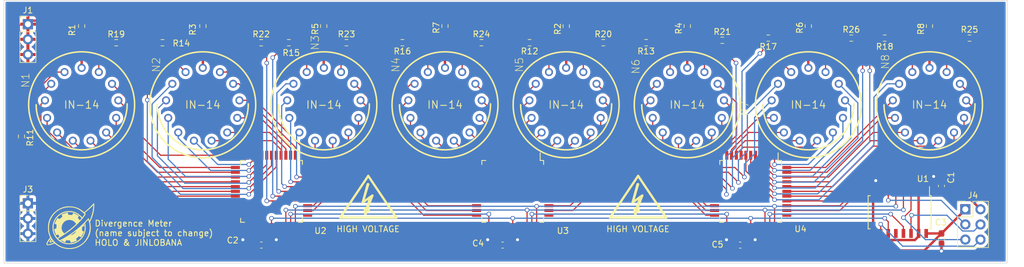
<source format=kicad_pcb>
(kicad_pcb (version 20221018) (generator pcbnew)
  (layers (0 "F.Cu" signal) (31 "B.Cu" signal) (34 "B.Paste" user) (35 "F.Paste" user) (36 "B.SilkS" user "B.Silkscreen") (37 "F.SilkS" user "F.Silkscreen") (38 "B.Mask" user) (39 "F.Mask" user) (44 "Edge.Cuts" user))
  (net 0 "")
  (net 1 "+3.3V")
  (net 2 "GND")
  (net 3 "+12V")
  (net 4 "+HV")
  (net 5 "/~{BL}_{3.3V}")
  (net 6 "/~{LE}_{3.3V}")
  (net 7 "/D_{IN}_{3.3V}")
  (net 8 "/CLK_{3.3V}")
  (net 9 "Net-(N1-PadRHDP)")
  (net 10 "Net-(N1-PadLHDP)")
  (net 11 "Net-(N1-PadA)")
  (net 12 "/NX1_K9")
  (net 13 "/NX1_K8")
  (net 14 "/NX1_K7")
  (net 15 "/NX1_K6")
  (net 16 "/NX1_K5")
  (net 17 "/NX1_K4")
  (net 18 "/NX1_K3")
  (net 19 "/NX1_K2")
  (net 20 "/NX1_K1")
  (net 21 "/NX1_K0")
  (net 22 "Net-(N2-PadRHDP)")
  (net 23 "Net-(N2-PadLHDP)")
  (net 24 "Net-(N2-PadA)")
  (net 25 "/NX5_K9")
  (net 26 "/NX5_K8")
  (net 27 "/NX5_K7")
  (net 28 "/NX5_K6")
  (net 29 "/NX5_K5")
  (net 30 "/NX5_K4")
  (net 31 "/NX5_K3")
  (net 32 "/NX5_K2")
  (net 33 "/NX5_K1")
  (net 34 "/NX5_K0")
  (net 35 "Net-(N3-PadRHDP)")
  (net 36 "Net-(N3-PadLHDP)")
  (net 37 "Net-(N3-PadA)")
  (net 38 "/NX2_K9")
  (net 39 "/NX2_K8")
  (net 40 "/NX2_K7")
  (net 41 "/NX2_K6")
  (net 42 "/NX2_K5")
  (net 43 "/NX2_K4")
  (net 44 "/NX2_K3")
  (net 45 "/NX2_K2")
  (net 46 "/NX2_K1")
  (net 47 "/NX2_K0")
  (net 48 "Net-(N4-PadRHDP)")
  (net 49 "Net-(N4-PadLHDP)")
  (net 50 "Net-(N4-PadA)")
  (net 51 "/NX6_K9")
  (net 52 "/NX6_K8")
  (net 53 "/NX6_K7")
  (net 54 "/NX6_K6")
  (net 55 "/NX6_K5")
  (net 56 "/NX6_K4")
  (net 57 "/NX6_K3")
  (net 58 "/NX6_K2")
  (net 59 "/NX6_K1")
  (net 60 "/NX6_K0")
  (net 61 "Net-(N5-PadRHDP)")
  (net 62 "Net-(N5-PadLHDP)")
  (net 63 "Net-(N5-PadA)")
  (net 64 "/NX3_K9")
  (net 65 "/NX3_K8")
  (net 66 "/NX3_K7")
  (net 67 "/NX3_K6")
  (net 68 "/NX3_K5")
  (net 69 "/NX3_K4")
  (net 70 "/NX3_K3")
  (net 71 "/NX3_K2")
  (net 72 "/NX3_K1")
  (net 73 "/NX3_K0")
  (net 74 "Net-(N6-PadRHDP)")
  (net 75 "Net-(N6-PadLHDP)")
  (net 76 "Net-(N6-PadA)")
  (net 77 "/NX7_K9")
  (net 78 "/NX7_K8")
  (net 79 "/NX7_K7")
  (net 80 "/NX7_K6")
  (net 81 "/NX7_K5")
  (net 82 "/NX7_K4")
  (net 83 "/NX7_K3")
  (net 84 "/NX7_K2")
  (net 85 "/NX7_K1")
  (net 86 "/NX7_K0")
  (net 87 "Net-(N7-PadRHDP)")
  (net 88 "Net-(N7-PadLHDP)")
  (net 89 "Net-(N7-PadA)")
  (net 90 "/NX4_K9")
  (net 91 "/NX4_K8")
  (net 92 "/NX4_K7")
  (net 93 "/NX4_K6")
  (net 94 "/NX4_K5")
  (net 95 "/NX4_K4")
  (net 96 "/NX4_K3")
  (net 97 "/NX4_K2")
  (net 98 "/NX4_K1")
  (net 99 "/NX4_K0")
  (net 100 "Net-(N8-PadRHDP)")
  (net 101 "Net-(N8-PadLHDP)")
  (net 102 "Net-(N8-PadA)")
  (net 103 "/NX8_K9")
  (net 104 "/NX8_K8")
  (net 105 "/NX8_K7")
  (net 106 "/NX8_K6")
  (net 107 "/NX8_K5")
  (net 108 "/NX8_K4")
  (net 109 "/NX8_K3")
  (net 110 "/NX8_K2")
  (net 111 "/NX8_K1")
  (net 112 "/NX8_K0")
  (net 114 "/NX1_LP")
  (net 115 "/NX5_LP")
  (net 116 "/NX6_LP")
  (net 117 "/NX2_LP")
  (net 118 "/NX3_LP")
  (net 119 "/NX4_LP")
  (net 120 "/NX7_LP")
  (net 121 "/NX8_LP")
  (net 122 "/NX1_RP")
  (net 123 "/NX5_RP")
  (net 124 "/NX6_RP")
  (net 125 "/NX2_RP")
  (net 126 "/NX3_RP")
  (net 127 "/NX4_RP")
  (net 128 "/NX8_RP")
  (net 129 "/NX7_RP")
  (net 130 "/~{LE}")
  (net 131 "/~{BL}")
  (net 132 "/CLK")
  (net 134 "/D_{IN}")
  (net 135 "/D_{OUT1}")
  (net 140 "/D_{OUT2}")
  (footprint "Package_QFP:PQFP-44_10x10mm_P0.8mm" (layer "F.Cu") (at 144.8 88 -90)
    (fp_text reference "U2")
    (fp_text value "TubeClock_HV5622")
  )
  (footprint "nixies-us:nixies-us-IN-14" (layer "F.Cu") (at 255 73.5 180)
    (fp_text reference "N8")
    (fp_text value "IN-14")
  )
  (footprint "GRAPHICS:future_gadget_lab_neg_tiny" (layer "F.Cu") (at 111.1 93.8)
    (fp_text reference "IMG1" hide)
    (fp_text value "LOGO" hide)
  )
  (footprint "Resistor_SMD:R_0603_1608Metric_Pad0.98x0.95mm_HandSolder" (layer "F.Cu") (at 179.96 63.1)
    (fp_text reference "R24")
    (fp_text value "73k")
  )
  (footprint "Capacitor_SMD:C_0603_1608Metric_Pad1.08x0.95mm_HandSolder" (layer "F.Cu") (at 143.1 97 180)
    (fp_text reference "C2")
    (fp_text value "100nF")
  )
  (footprint "Connector_PinHeader_2.54mm:PinHeader_1x03_P2.54mm_Vertical" (layer "F.Cu") (at 104 60)
    (fp_text reference "J1")
    (fp_text value "Conn_01x03")
  )
  (footprint "nixies-us:nixies-us-IN-14" (layer "F.Cu") (at 214.42857 73.5 180)
    (fp_text reference "N6")
    (fp_text value "IN-14")
  )
  (footprint "Resistor_SMD:R_0603_1608Metric_Pad0.98x0.95mm_HandSolder" (layer "F.Cu") (at 113 60.32 90)
    (fp_text reference "R1")
    (fp_text value "10k")
  )
  (footprint "Resistor_SMD:R_0603_1608Metric_Pad0.98x0.95mm_HandSolder" (layer "F.Cu") (at 133.31 60.32 90)
    (fp_text reference "R3")
    (fp_text value "10k")
  )
  (footprint "nixies-us:nixies-us-IN-14" (layer "F.Cu") (at 133.285714 73.5 180)
    (fp_text reference "N2")
    (fp_text value "IN-14")
  )
  (footprint "Capacitor_SMD:C_0603_1608Metric_Pad1.08x0.95mm_HandSolder" (layer "F.Cu") (at 257 87.09 90)
    (fp_text reference "C1")
    (fp_text value "100nF")
  )
  (footprint "Connector_PinHeader_2.54mm:PinHeader_1x03_P2.54mm_Vertical" (layer "F.Cu") (at 104 90)
    (fp_text reference "J3")
    (fp_text value "Conn_01x03")
  )
  (footprint "GRAPHICS:Symbol_HighVoltage_Type2_SilkTop_VerySmall" (layer "F.Cu") (at 206.2 89.6)
    (fp_text reference "REF**" hide)
    (fp_text value "Symbol_HighVoltage_Type2_SilkTop_VerySmall")
  )
  (footprint "Capacitor_SMD:C_0603_1608Metric_Pad1.08x0.95mm_HandSolder" (layer "F.Cu") (at 183.5 97 180)
    (fp_text reference "C4")
    (fp_text value "100nF")
  )
  (footprint "Resistor_SMD:R_0603_1608Metric_Pad0.98x0.95mm_HandSolder" (layer "F.Cu") (at 118.79 63.11)
    (fp_text reference "R19")
    (fp_text value "73k")
  )
  (footprint "nixies-us:nixies-us-IN-14" (layer "F.Cu") (at 194.142856 73.5 180)
    (fp_text reference "N5")
    (fp_text value "IN-14")
  )
  (footprint "Resistor_SMD:R_0603_1608Metric_Pad0.98x0.95mm_HandSolder" (layer "F.Cu") (at 220.3 62.7)
    (fp_text reference "R21")
    (fp_text value "73k")
  )
  (footprint "Resistor_SMD:R_0603_1608Metric_Pad0.98x0.95mm_HandSolder" (layer "F.Cu") (at 188.02 63.1 180)
    (fp_text reference "R12")
    (fp_text value "73k")
  )
  (footprint "Package_SO:SOIC-16W_5.3x10.2mm_P1.27mm" (layer "F.Cu") (at 250 91.5 -90)
    (fp_text reference "U1")
    (fp_text value "CD40109B")
  )
  (footprint "GRAPHICS:Symbol_HighVoltage_Type2_SilkTop_VerySmall" (layer "F.Cu") (at 161 89.6)
    (fp_text reference "REF**" hide)
    (fp_text value "Symbol_HighVoltage_Type2_SilkTop_VerySmall")
  )
  (footprint "Connector_PinHeader_2.54mm:PinHeader_2x03_P2.54mm_Vertical" (layer "F.Cu") (at 261 91)
    (fp_text reference "J4")
    (fp_text value "Conn_02x03_Odd_Even")
  )
  (footprint "Resistor_SMD:R_0603_1608Metric_Pad0.98x0.95mm_HandSolder" (layer "F.Cu") (at 102.93 78.8 -90)
    (fp_text reference "R11")
    (fp_text value "73k")
  )
  (footprint "nixies-us:nixies-us-IN-14" (layer "F.Cu") (at 153.571428 73.5 180)
    (fp_text reference "N3")
    (fp_text value "IN-14")
  )
  (footprint "Resistor_SMD:R_0603_1608Metric_Pad0.98x0.95mm_HandSolder" (layer "F.Cu") (at 261.7 62.33)
    (fp_text reference "R25")
    (fp_text value "73k")
  )
  (footprint "Resistor_SMD:R_0603_1608Metric_Pad0.98x0.95mm_HandSolder" (layer "F.Cu") (at 166.72 63.1 180)
    (fp_text reference "R16")
    (fp_text value "73k")
  )
  (footprint "Capacitor_SMD:C_0603_1608Metric_Pad1.08x0.95mm_HandSolder" (layer "F.Cu") (at 257.01 95.9125 -90)
    (fp_text reference "C3")
    (fp_text value "100nF")
  )
  (footprint "Resistor_SMD:R_0603_1608Metric_Pad0.98x0.95mm_HandSolder" (layer "F.Cu") (at 143.0725 63.11)
    (fp_text reference "R22")
    (fp_text value "73k")
  )
  (footprint "Resistor_SMD:R_0603_1608Metric_Pad0.98x0.95mm_HandSolder" (layer "F.Cu") (at 173.85 60.32 90)
    (fp_text reference "R7")
    (fp_text value "10k")
  )
  (footprint "Resistor_SMD:R_0603_1608Metric_Pad0.98x0.95mm_HandSolder" (layer "F.Cu") (at 200.37 63.1)
    (fp_text reference "R20")
    (fp_text value "73k")
  )
  (footprint "Capacitor_SMD:C_0603_1608Metric_Pad1.08x0.95mm_HandSolder" (layer "F.Cu") (at 223.3 97 180)
    (fp_text reference "C5")
    (fp_text value "100nF")
  )
  (footprint "nixies-us:nixies-us-IN-14" (layer "F.Cu") (at 113 73.5 180)
    (fp_text reference "N1")
    (fp_text value "IN-14")
  )
  (footprint "Resistor_SMD:R_0603_1608Metric_Pad0.98x0.95mm_HandSolder" (layer "F.Cu") (at 247.5 62.33 180)
    (fp_text reference "R18")
    (fp_text value "73k")
  )
  (footprint "Resistor_SMD:R_0603_1608Metric_Pad0.98x0.95mm_HandSolder" (layer "F.Cu") (at 207.54 63.1 180)
    (fp_text reference "R13")
    (fp_text value "73k")
  )
  (footprint "Package_QFP:PQFP-44_10x10mm_P0.8mm" (layer "F.Cu") (at 225.05 88 -90)
    (fp_text reference "U4")
    (fp_text value "TubeClock_HV5622")
  )
  (footprint "Resistor_SMD:R_0603_1608Metric_Pad0.98x0.95mm_HandSolder" (layer "F.Cu") (at 157.36 63.1)
    (fp_text reference "R23")
    (fp_text value "73k")
  )
  (footprint "Resistor_SMD:R_0603_1608Metric_Pad0.98x0.95mm_HandSolder" (layer "F.Cu") (at 241.9 62.33)
    (fp_text reference "R26")
    (fp_text value "73k")
  )
  (footprint "Resistor_SMD:R_0603_1608Metric_Pad0.98x0.95mm_HandSolder" (layer "F.Cu") (at 126.54 63.11 180)
    (fp_text reference "R14")
    (fp_text value "73k")
  )
  (footprint "Resistor_SMD:R_0603_1608Metric_Pad0.98x0.95mm_HandSolder" (layer "F.Cu") (at 153.54 60.32 90)
    (fp_text reference "R5")
    (fp_text value "10k")
  )
  (footprint "Resistor_SMD:R_0603_1608Metric_Pad0.98x0.95mm_HandSolder" (layer "F.Cu") (at 234.7 60.32 90)
    (fp_text reference "R6")
    (fp_text value "10k")
  )
  (footprint "Resistor_SMD:R_0603_1608Metric_Pad0.98x0.95mm_HandSolder" (layer "F.Cu") (at 214.43 60.32 90)
    (fp_text reference "R4")
    (fp_text value "10k")
  )
  (footprint "Resistor_SMD:R_0603_1608Metric_Pad0.98x0.95mm_HandSolder" (layer "F.Cu") (at 228 62.33 180)
    (fp_text reference "R17")
    (fp_text value "73k")
  )
  (footprint "Resistor_SMD:R_0603_1608Metric_Pad0.98x0.95mm_HandSolder" (layer "F.Cu") (at 255 60.32 90)
    (fp_text reference "R8")
    (fp_text value "10k")
  )
  (footprint "Resistor_SMD:R_0603_1608Metric_Pad0.98x0.95mm_HandSolder" (layer "F.Cu") (at 194.16 60.32 90)
    (fp_text reference "R2")
    (fp_text value "10k")
  )
  (footprint "nixies-us:nixies-us-IN-14" (layer "F.Cu") (at 173.857142 73.5 180)
    (fp_text reference "N4")
    (fp_text value "IN-14")
  )
  (footprint "Resistor_SMD:R_0603_1608Metric_Pad0.98x0.95mm_HandSolder" (layer "F.Cu") (at 147.7 63.1 180)
    (fp_text reference "R15")
    (fp_text value "73k")
  )
  (footprint "nixies-us:nixies-us-IN-14" (layer "F.Cu") (at 234.714284 73.5 180)
    (fp_text reference "N7")
    (fp_text value "IN-14")
  )
  (footprint "Package_QFP:PQFP-44_10x10mm_P0.8mm" (layer "F.Cu") (at 185.2 88 -90)
    (fp_text reference "U3")
    (fp_text value "TubeClock_HV5622")
  )
  (gr_rect (start 100 56) (end 268 100) (stroke (width 0.1)) (fill none) (layer "Edge.Cuts"))
  (gr_text "Divergence Meter\n(name subject to change)\nHOLO & JINLOBANA\n\n\n" (at 115.1 100.4) (layer "F.SilkS") (effects (font (size 1 1)) (justify left bottom)))
  (gr_text "HIGH VOLTAGE" (at 200.789286 94.9) (layer "F.SilkS") (effects (font (size 1 1)) (justify left bottom)))
  (gr_text "HIGH VOLTAGE" (at 155.589286 94.9) (layer "F.SilkS") (effects (font (size 1 1)) (justify left bottom)))
  (segment (start 257 87.9525) (end 254.4475 87.9525) (width 0.4) (layer "F.Cu") (net 1))
  (segment (start 246.175 96.15) (end 245.555 95.53) (width 0.4) (layer "F.Cu") (net 1))
  (segment (start 257 87.9525) (end 260.4925 87.9525) (width 0.4) (layer "F.Cu") (net 1))
  (segment (start 245.555 95.05) (end 245.555 89.67) (width 0.4) (layer "F.Cu") (net 1))
  (segment (start 260.4925 87.9525) (end 263.54 91) (width 0.4) (layer "F.Cu") (net 1))
  (segment (start 253.175 95.53) (end 252.555 96.15) (width 0.4) (layer "F.Cu") (net 1))
  (segment (start 246.825 88.4) (end 246.825 87.95) (width 0.4) (layer "F.Cu") (net 1))
  (segment (start 253.175 95.05) (end 253.175 95.53) (width 0.4) (layer "F.Cu") (net 1))
  (segment (start 253.175 87.95) (end 254.445 87.95) (width 0.4) (layer "F.Cu") (net 1))
  (segment (start 245.555 95.53) (end 245.555 95.05) (width 0.4) (layer "F.Cu") (net 1))
  (segment (start 253.175 95.05) (end 253.175 87.95) (width 0.4) (layer "F.Cu") (net 1))
  (segment (start 245.555 89.67) (end 246.825 88.4) (width 0.4) (layer "F.Cu") (net 1))
  (segment (start 252.555 96.15) (end 246.175 96.15) (width 0.4) (layer "F.Cu") (net 1))
  (segment (start 254.4475 87.9525) (end 254.445 87.95) (width 0.4) (layer "F.Cu") (net 1))
  (segment (start 245.555 87.95) (end 245.555 86.645) (width 0.4) (layer "F.Cu") (net 2))
  (segment (start 257 98) (end 257 96.785) (width 0.4) (layer "F.Cu") (net 2))
  (segment (start 181 96.1) (end 181.9 97) (width 0.4) (layer "F.Cu") (net 2))
  (segment (start 225.85 94.05) (end 225.85 96.05) (width 0.4) (layer "F.Cu") (net 2))
  (segment (start 257 96.785) (end 257.01 96.775) (width 0.4) (layer "F.Cu") (net 2))
  (segment (start 256.2725 85.5) (end 257 86.2275) (width 0.4) (layer "F.Cu") (net 2))
  (segment (start 145.6 96.1) (end 145.6 94.05) (width 0.4) (layer "F.Cu") (net 2))
  (segment (start 140.9 97) (end 140 96.1) (width 0.4) (layer "F.Cu") (net 2))
  (segment (start 225.85 96.05) (end 225.8 96.1) (width 0.4) (layer "F.Cu") (net 2))
  (segment (start 222.4375 97) (end 221.9 97) (width 0.4) (layer "F.Cu") (net 2))
  (segment (start 186 94.05) (end 186 96.1) (width 0.4) (layer "F.Cu") (net 2))
  (segment (start 221.9 97) (end 221 96.1) (width 0.4) (layer "F.Cu") (net 2))
  (segment (start 255.7 85.5) (end 256.2725 85.5) (width 0.4) (layer "F.Cu") (net 2))
  (segment (start 245.555 86.645) (end 246 86.2) (width 0.4) (layer "F.Cu") (net 2))
  (segment (start 142.2375 97) (end 140.9 97) (width 0.4) (layer "F.Cu") (net 2))
  (segment (start 181.9 97) (end 182.6375 97) (width 0.4) (layer "F.Cu") (net 2))
  (via (at 257 98) (size 0.75) (drill 0.5) (layers "F.Cu" "B.Cu") (net 2))
  (via (at 186 96.1) (size 0.75) (drill 0.5) (layers "F.Cu" "B.Cu") (net 2))
  (via (at 221 96.1) (size 0.75) (drill 0.5) (layers "F.Cu" "B.Cu") (net 2))
  (via (at 140 96.1) (size 0.75) (drill 0.5) (layers "F.Cu" "B.Cu") (net 2))
  (via (at 255.7 85.5) (size 0.75) (drill 0.5) (layers "F.Cu" "B.Cu") (net 2))
  (via (at 246 86.2) (size 0.75) (drill 0.5) (layers "F.Cu" "B.Cu") (net 2))
  (via (at 225.8 96.1) (size 0.75) (drill 0.5) (layers "F.Cu" "B.Cu") (net 2))
  (via (at 181 96.1) (size 0.75) (drill 0.5) (layers "F.Cu" "B.Cu") (net 2))
  (via (at 145.6 96.1) (size 0.75) (drill 0.5) (layers "F.Cu" "B.Cu") (net 2))
  (segment (start 185.955 96.055) (end 186 96.1) (width 0.4) (layer "B.Cu") (net 2))
  (segment (start 145.6 96.1) (end 145.645 96.055) (width 0.4) (layer "B.Cu") (net 2))
  (segment (start 257 98) (end 257 97.9) (width 0.4) (layer "B.Cu") (net 2))
  (segment (start 186 96.1) (end 186.045 96.055) (width 0.4) (layer "B.Cu") (net 2))
  (segment (start 145.6 96.1) (end 145.555 96.055) (width 0.4) (layer "B.Cu") (net 2))
  (segment (start 186.8 94.05) (end 186.8 97) (width 0.4) (layer "F.Cu") (net 3))
  (segment (start 147.3 97.9) (end 146.4 97) (width 0.4) (layer "F.Cu") (net 3))
  (segment (start 226.65 97) (end 224.1625 97) (width 0.4) (layer "F.Cu") (net 3))
  (segment (start 227.7 97.9) (end 187.8 97.9) (width 0.4) (layer "F.Cu") (net 3))
  (segment (start 254.445 95.05) (end 257.01 95.05) (width 0.4) (layer "F.Cu") (net 3))
  (segment (start 184.4 96.9625) (end 184.3625 97) (width 0.4) (layer "F.Cu") (net 3))
  (segment (start 184.4 94.05) (end 184.4 96.9625) (width 0.4) (layer "F.Cu") (net 3))
  (segment (start 261.46 90.5) (end 261.46 90.6) (width 0.4) (layer "F.Cu") (net 3))
  (segment (start 144 96.9625) (end 143.9625 97) (width 0.4) (layer "F.Cu") (net 3))
  (segment (start 257.01 95.05) (end 261 91.06) (width 0.4) (layer "F.Cu") (net 3))
  (segment (start 227.55 97.9) (end 226.65 97) (width 0.4) (layer "F.Cu") (net 3))
  (segment (start 143.9625 97) (end 146.4 97) (width 0.4) (layer "F.Cu") (net 3))
  (segment (start 187.7 97.9) (end 186.8 97) (width 0.4) (layer "F.Cu") (net 3))
  (segment (start 226.65 94.05) (end 226.65 97) (width 0.4) (layer "F.Cu") (net 3))
  (segment (start 224.25 96.9125) (end 224.1625 97) (width 0.4) (layer "F.Cu") (net 3))
  (segment (start 254.16 97.9) (end 227.7 97.9) (width 0.4) (layer "F.Cu") (net 3))
  (segment (start 187.8 97.9) (end 187.7 97.9) (width 0.4) (layer "F.Cu") (net 3))
  (segment (start 224.25 94.05) (end 224.25 96.9125) (width 0.4) (layer "F.Cu") (net 3))
  (segment (start 146.4 97) (end 146.4 94.05) (width 0.4) (layer "F.Cu") (net 3))
  (segment (start 186.8 97) (end 184.3625 97) (width 0.4) (layer "F.Cu") (net 3))
  (segment (start 257.01 95.05) (end 254.16 97.9) (width 0.4) (layer "F.Cu") (net 3))
  (segment (start 227.7 97.9) (end 227.55 97.9) (width 0.4) (layer "F.Cu") (net 3))
  (segment (start 261 91.06) (end 261 91) (width 0.4) (layer "F.Cu") (net 3))
  (segment (start 144 94.05) (end 144 96.9625) (width 0.4) (layer "F.Cu") (net 3))
  (segment (start 187.8 97.9) (end 147.3 97.9) (width 0.4) (layer "F.Cu") (net 3))
  (segment (start 153.54 59.4075) (end 133.31 59.4075) (width 0.4) (layer "F.Cu") (net 4))
  (segment (start 133.31 59.4075) (end 113 59.4075) (width 0.4) (layer "F.Cu") (net 4))
  (segment (start 173.85 59.4075) (end 194.16 59.4075) (width 0.4) (layer "F.Cu") (net 4))
  (segment (start 194.16 59.4075) (end 214.43 59.4075) (width 0.4) (layer "F.Cu") (net 4))
  (segment (start 153.54 59.4075) (end 173.85 59.4075) (width 0.4) (layer "F.Cu") (net 4))
  (segment (start 214.43 59.4075) (end 234.7 59.4075) (width 0.4) (layer "F.Cu") (net 4))
  (segment (start 104 59.42) (end 104 64.5) (width 0.4) (layer "F.Cu") (net 4))
  (segment (start 112.9875 59.42) (end 113 59.4075) (width 0.4) (layer "F.Cu") (net 4))
  (segment (start 113 59.4075) (end 104.5925 59.4075) (width 0.4) (layer "F.Cu") (net 4))
  (segment (start 104.5925 59.4075) (end 104 60) (width 0.4) (layer "F.Cu") (net 4))
  (segment (start 234.7 59.4075) (end 255 59.4075) (width 0.4) (layer "F.Cu") (net 4))
  (segment (start 248.095 89.5) (end 248.095 87.95) (width 0.2) (layer "F.Cu") (net 5))
  (via (at 248.095 89.5) (size 0.75) (drill 0.5) (layers "F.Cu" "B.Cu") (net 5))
  (segment (start 256.96 89.5) (end 261 93.54) (width 0.2) (layer "B.Cu") (net 5))
  (segment (start 248.095 89.5) (end 256.96 89.5) (width 0.2) (layer "B.Cu") (net 5))
  (segment (start 251.905 91.13) (end 251.905 87.95) (width 0.2) (layer "F.Cu") (net 6))
  (segment (start 250.635 92.4) (end 251.905 91.13) (width 0.2) (layer "F.Cu") (net 6))
  (via (at 250.635 92.4) (size 0.75) (drill 0.5) (layers "F.Cu" "B.Cu") (net 6))
  (segment (start 250.635 92.4) (end 254.315 96.08) (width 0.2) (layer "B.Cu") (net 6))
  (segment (start 254.315 96.08) (end 261 96.08) (width 0.2) (layer "B.Cu") (net 6))
  (segment (start 252 92) (end 251.905 92.095) (width 0.2) (layer "F.Cu") (net 7))
  (segment (start 251.905 92.095) (end 251.905 95.05) (width 0.2) (layer "F.Cu") (net 7))
  (via (at 252 92) (size 0.75) (drill 0.5) (layers "F.Cu" "B.Cu") (net 7))
  (segment (start 257.904365 92) (end 260.544365 94.64) (width 0.2) (layer "B.Cu") (net 7))
  (segment (start 262.44 94.64) (end 263.54 93.54) (width 0.2) (layer "B.Cu") (net 7))
  (segment (start 260.544365 94.64) (end 262.44 94.64) (width 0.2) (layer "B.Cu") (net 7))
  (segment (start 252 92) (end 257.904365 92) (width 0.2) (layer "B.Cu") (net 7))
  (segment (start 246.825 93.675) (end 246.825 95.05) (width 0.2) (layer "F.Cu") (net 8))
  (segment (start 247 93.5) (end 246.825 93.675) (width 0.2) (layer "F.Cu") (net 8))
  (via (at 246.825 93.5) (size 0.75) (drill 0.5) (layers "F.Cu" "B.Cu") (net 8))
  (segment (start 246.825 93.5) (end 250.505 97.18) (width 0.2) (layer "B.Cu") (net 8))
  (segment (start 250.505 97.18) (end 262.44 97.18) (width 0.2) (layer "B.Cu") (net 8))
  (segment (start 262.44 97.18) (end 263.54 96.08) (width 0.2) (layer "B.Cu") (net 8))
  (segment (start 115.87528 68.02122) (end 115.87528 65.11222) (width 0.2) (layer "F.Cu") (net 9))
  (segment (start 115.8775 68.019) (end 115.87528 68.02122) (width 0.2) (layer "F.Cu") (net 9))
  (segment (start 115.87528 65.11222) (end 117.8775 63.11) (width 0.2) (layer "F.Cu") (net 9))
  (segment (start 108.565259 68.02122) (end 102.93 73.656479) (width 0.2) (layer "F.Cu") (net 10))
  (segment (start 102.93 73.656479) (end 102.93 77.8875) (width 0.2) (layer "F.Cu") (net 10))
  (segment (start 110.12472 68.02122) (end 108.565259 68.02122) (width 0.2) (layer "F.Cu") (net 10))
  (segment (start 113 61.2325) (end 113 67.31256) (width 0.4) (layer "F.Cu") (net 11))
  (segment (start 125.7 84.8) (end 120.8 79.9) (width 0.2) (layer "F.Cu") (net 12))
  (segment (start 138.75 84.8) (end 125.7 84.8) (width 0.2) (layer "F.Cu") (net 12))
  (segment (start 120.8 74.41152) (end 119.14426 72.75578) (width 0.2) (layer "F.Cu") (net 12))
  (segment (start 120.8 79.9) (end 120.8 74.41152) (width 0.2) (layer "F.Cu") (net 12))
  (segment (start 118.78612 78.78612) (end 118.78612 75.69456) (width 0.2) (layer "F.Cu") (net 13))
  (segment (start 125.6 85.6) (end 118.78612 78.78612) (width 0.2) (layer "F.Cu") (net 13))
  (segment (start 138.75 85.6) (end 125.6 85.6) (width 0.2) (layer "F.Cu") (net 13))
  (segment (start 125.37168 86.4) (end 117.10464 78.13296) (width 0.2) (layer "F.Cu") (net 14))
  (segment (start 138.75 86.4) (end 125.37168 86.4) (width 0.2) (layer "F.Cu") (net 14))
  (segment (start 122.17118 87.2) (end 114.48082 79.50964) (width 0.2) (layer "F.Cu") (net 15))
  (segment (start 138.75 87.2) (end 122.17118 87.2) (width 0.2) (layer "F.Cu") (net 15))
  (segment (start 138.75 88) (end 120.00954 88) (width 0.2) (layer "F.Cu") (net 16))
  (segment (start 120.00954 88) (end 111.51918 79.50964) (width 0.2) (layer "F.Cu") (net 16))
  (segment (start 119.504079 88.8) (end 108.89536 78.191281) (width 0.2) (layer "F.Cu") (net 17))
  (segment (start 119.504079 88.8) (end 138.75 88.8) (width 0.2) (layer "F.Cu") (net 17))
  (segment (start 108.89536 78.191281) (end 108.89536 78.13296) (width 0.2) (layer "F.Cu") (net 17))
  (segment (start 107.21388 77.756941) (end 107.21388 75.69456) (width 0.2) (layer "F.Cu") (net 18))
  (segment (start 138.75 89.6) (end 119.056939 89.6) (width 0.2) (layer "F.Cu") (net 18))
  (segment (start 119.056939 89.6) (end 107.21388 77.756941) (width 0.2) (layer "F.Cu") (net 18))
  (segment (start 106.18264 73.42888) (end 106.85574 72.75578) (width 0.2) (layer "F.Cu") (net 19))
  (segment (start 106.18264 77.68264) (end 106.18264 73.42888) (width 0.2) (layer "F.Cu") (net 19))
  (segment (start 118.9 90.4) (end 106.18264 77.68264) (width 0.2) (layer "F.Cu") (net 19))
  (segment (start 138.75 90.4) (end 118.9 90.4) (width 0.2) (layer "F.Cu") (net 19))
  (segment (start 105.5 78.247487) (end 105.5 72.39194) (width 0.2) (layer "F.Cu") (net 20))
  (segment (start 105.5 72.39194) (end 107.9073 69.98464) (width 0.2) (layer "F.Cu") (net 20))
  (segment (start 118.452513 91.2) (end 105.5 78.247487) (width 0.2) (layer "F.Cu") (net 20))
  (segment (start 138.75 91.2) (end 118.452513 91.2) (width 0.2) (layer "F.Cu") (net 20))
  (segment (start 138.75 84) (end 126.1 84) (width 0.2) (layer "F.Cu") (net 21))
  (segment (start 126.1 84) (end 121.6 79.5) (width 0.2) (layer "F.Cu") (net 21))
  (segment (start 121.6 73.49194) (end 118.0927 69.98464) (width 0.2) (layer "F.Cu") (net 21))
  (segment (start 121.6 79.5) (end 121.6 73.49194) (width 0.2) (layer "F.Cu") (net 21))
  (segment (start 136.160994 68.02122) (end 137.24878 68.02122) (width 0.2) (layer "F.Cu") (net 22))
  (segment (start 137.24878 68.02122) (end 142.16 63.11) (width 0.2) (layer "F.Cu") (net 22))
  (segment (start 127.4525 63.11) (end 127.4525 65.063286) (width 0.2) (layer "F.Cu") (net 23))
  (segment (start 127.4525 65.063286) (end 130.410434 68.02122) (width 0.2) (layer "F.Cu") (net 23))
  (segment (start 133.31 61.2325) (end 133.31 67.288274) (width 0.4) (layer "F.Cu") (net 24))
  (segment (start 133.31 67.288274) (end 133.285714 67.31256) (width 0.4) (layer "F.Cu") (net 24))
  (segment (start 192.92 86.4) (end 201.56 77.76) (width 0.2) (layer "F.Cu") (net 25))
  (segment (start 191.25 86.4) (end 192.92 86.4) (width 0.2) (layer "F.Cu") (net 25))
  (segment (start 201.56 77.76) (end 201.56 74.028664) (width 0.2) (layer "F.Cu") (net 25))
  (segment (start 201.56 74.028664) (end 200.287116 72.75578) (width 0.2) (layer "F.Cu") (net 25))
  (segment (start 199.928976 78.561024) (end 199.928976 75.69456) (width 0.2) (layer "F.Cu") (net 26))
  (segment (start 191.25 85.6) (end 192.89 85.6) (width 0.2) (layer "F.Cu") (net 26))
  (segment (start 192.89 85.6) (end 199.928976 78.561024) (width 0.2) (layer "F.Cu") (net 26))
  (segment (start 198.247496 78.752504) (end 198.247496 78.13296) (width 0.2) (layer "F.Cu") (net 27))
  (segment (start 191.25 84.8) (end 192.2 84.8) (width 0.2) (layer "F.Cu") (net 27))
  (segment (start 192.2 84.8) (end 198.247496 78.752504) (width 0.2) (layer "F.Cu") (net 27))
  (segment (start 191.25 84) (end 191.25 83.883316) (width 0.2) (layer "F.Cu") (net 28))
  (segment (start 191.25 83.883316) (end 195.623676 79.50964) (width 0.2) (layer "F.Cu") (net 28))
  (segment (start 189.2 81.95) (end 190.221676 81.95) (width 0.2) (layer "F.Cu") (net 29))
  (segment (start 190.221676 81.95) (end 192.662036 79.50964) (width 0.2) (layer "F.Cu") (net 29))
  (segment (start 188.4 79.771176) (end 190.038216 78.13296) (width 0.2) (layer "F.Cu") (net 30))
  (segment (start 188.4 81.95) (end 188.4 79.771176) (width 0.2) (layer "F.Cu") (net 30))
  (segment (start 187.6 76.451296) (end 188.356736 75.69456) (width 0.2) (layer "F.Cu") (net 31))
  (segment (start 187.6 81.95) (end 187.6 76.451296) (width 0.2) (layer "F.Cu") (net 31))
  (segment (start 186.8 81.95) (end 186.8 73.954376) (width 0.2) (layer "F.Cu") (net 32))
  (segment (start 186.8 73.954376) (end 187.998596 72.75578) (width 0.2) (layer "F.Cu") (net 32))
  (segment (start 186 73.034796) (end 189.050156 69.98464) (width 0.2) (layer "F.Cu") (net 33))
  (segment (start 186 81.95) (end 186 73.034796) (width 0.2) (layer "F.Cu") (net 33))
  (segment (start 191.25 87.2) (end 193.16 87.2) (width 0.2) (layer "F.Cu") (net 34))
  (segment (start 202.53 73.279084) (end 199.235556 69.98464) (width 0.2) (layer "F.Cu") (net 34))
  (segment (start 193.16 87.2) (end 202.53 77.83) (width 0.2) (layer "F.Cu") (net 34))
  (segment (start 202.53 77.83) (end 202.53 73.279084) (width 0.2) (layer "F.Cu") (net 34))
  (segment (start 156.4475 68.020428) (end 156.446708 68.02122) (width 0.2) (layer "F.Cu") (net 35))
  (segment (start 156.4475 63.1) (end 156.4475 68.020428) (width 0.2) (layer "F.Cu") (net 35))
  (segment (start 150.696148 68.02122) (end 150.696148 65.183648) (width 0.2) (layer "F.Cu") (net 36))
  (segment (start 150.696148 65.183648) (end 148.6125 63.1) (width 0.2) (layer "F.Cu") (net 36))
  (segment (start 153.54 67.281132) (end 153.571428 67.31256) (width 0.4) (layer "F.Cu") (net 37))
  (segment (start 153.54 61.2325) (end 153.54 67.281132) (width 0.4) (layer "F.Cu") (net 37))
  (segment (start 148.8 80.6) (end 140.95578 72.75578) (width 0.2) (layer "F.Cu") (net 38))
  (segment (start 140.95578 72.75578) (end 139.429974 72.75578) (width 0.2) (layer "F.Cu") (net 38))
  (segment (start 148.8 81.95) (end 148.8 80.6) (width 0.2) (layer "F.Cu") (net 38))
  (segment (start 148 80.74) (end 142.95456 75.69456) (width 0.2) (layer "F.Cu") (net 39))
  (segment (start 148 81.95) (end 148 80.74) (width 0.2) (layer "F.Cu") (net 39))
  (segment (start 142.95456 75.69456) (end 139.071834 75.69456) (width 0.2) (layer "F.Cu") (net 39))
  (segment (start 144.47296 78.13296) (end 137.390354 78.13296) (width 0.2) (layer "F.Cu") (net 40))
  (segment (start 147.2 80.86) (end 144.47296 78.13296) (width 0.2) (layer "F.Cu") (net 40))
  (segment (start 147.2 81.95) (end 147.2 80.86) (width 0.2) (layer "F.Cu") (net 40))
  (segment (start 146.4 81) (end 144.90964 79.50964) (width 0.2) (layer "F.Cu") (net 41))
  (segment (start 144.90964 79.50964) (end 134.766534 79.50964) (width 0.2) (layer "F.Cu") (net 41))
  (segment (start 146.4 81.95) (end 146.4 81) (width 0.2) (layer "F.Cu") (net 41))
  (segment (start 141.6 82.9) (end 141 83.5) (width 0.2) (layer "F.Cu") (net 42))
  (segment (start 141.6 81.95) (end 141.6 82.9) (width 0.2) (layer "F.Cu") (net 42))
  (via (at 141 83.5) (size 0.75) (drill 0.5) (layers "F.Cu" "B.Cu") (net 42))
  (segment (start 135.795254 83.5) (end 131.804894 79.50964) (width 0.2) (layer "B.Cu") (net 42))
  (segment (start 141 83.5) (end 135.795254 83.5) (width 0.2) (layer "B.Cu") (net 42))
  (segment (start 141 84.5) (end 141 84.6) (width 0.2) (layer "F.Cu") (net 43))
  (segment (start 142.4 83.1) (end 141 84.5) (width 0.2) (layer "F.Cu") (net 43))
  (segment (start 142.4 81.95) (end 142.4 83.1) (width 0.2) (layer "F.Cu") (net 43))
  (via (at 141 84.5) (size 0.75) (drill 0.5) (layers "F.Cu" "B.Cu") (net 43))
  (segment (start 141 84.5) (end 134.596207 84.5) (width 0.2) (layer "B.Cu") (net 43))
  (segment (start 134.596207 84.5) (end 129.181074 79.084867) (width 0.2) (layer "B.Cu") (net 43))
  (segment (start 129.181074 79.084867) (end 129.181074 78.13296) (width 0.2) (layer "B.Cu") (net 43))
  (segment (start 143.2 81.95) (end 143.2 83.3) (width 0.2) (layer "F.Cu") (net 44))
  (segment (start 143.2 83.3) (end 141 85.5) (width 0.2) (layer "F.Cu") (net 44))
  (via (at 141 85.5) (size 0.75) (drill 0.5) (layers "F.Cu" "B.Cu") (net 44))
  (segment (start 141 85.5) (end 130.38 85.5) (width 0.2) (layer "B.Cu") (net 44))
  (segment (start 130.38 85.5) (end 127.499594 82.619594) (width 0.2) (layer "B.Cu") (net 44))
  (segment (start 127.499594 82.619594) (end 127.499594 75.69456) (width 0.2) (layer "B.Cu") (net 44))
  (segment (start 144 81.95) (end 144 83.5) (width 0.2) (layer "F.Cu") (net 45))
  (segment (start 141 86.6) (end 141 86.6) (width 0.2) (layer "F.Cu") (net 45))
  (segment (start 144 83.5) (end 141 86.5) (width 0.2) (layer "F.Cu") (net 45))
  (via (at 141 86.5) (size 0.75) (drill 0.5) (layers "F.Cu" "B.Cu") (net 45))
  (segment (start 125.69 74.207234) (end 127.141454 72.75578) (width 0.2) (layer "B.Cu") (net 45))
  (segment (start 125.69 82.04) (end 125.69 74.207234) (width 0.2) (layer "B.Cu") (net 45))
  (segment (start 141 86.5) (end 141.14 86.64) (width 0.2) (layer "B.Cu") (net 45))
  (segment (start 130.29 86.64) (end 125.69 82.04) (width 0.2) (layer "B.Cu") (net 45))
  (segment (start 141.14 86.64) (end 130.29 86.64) (width 0.2) (layer "B.Cu") (net 45))
  (segment (start 144.8 81.95) (end 144.8 83.7) (width 0.2) (layer "F.Cu") (net 46))
  (segment (start 144.8 83.7) (end 141 87.5) (width 0.2) (layer "F.Cu") (net 46))
  (via (at 141 87.5) (size 0.75) (drill 0.5) (layers "F.Cu" "B.Cu") (net 46))
  (segment (start 141.03 87.53) (end 130 87.53) (width 0.2) (layer "B.Cu") (net 46))
  (segment (start 124.8 82.31) (end 124.8 73.377654) (width 0.2) (layer "B.Cu") (net 46))
  (segment (start 141 87.5) (end 141.03 87.53) (width 0.2) (layer "B.Cu") (net 46))
  (segment (start 126.218354 83.748354) (end 126.218354 83.728354) (width 0.2) (layer "B.Cu") (net 46))
  (segment (start 124.8 73.377654) (end 128.193014 69.98464) (width 0.2) (layer "B.Cu") (net 46))
  (segment (start 126.218354 83.728354) (end 124.8 82.31) (width 0.2) (layer "B.Cu") (net 46))
  (segment (start 130 87.53) (end 126.218354 83.748354) (width 0.2) (layer "B.Cu") (net 46))
  (segment (start 139.34464 69.98464) (end 138.378414 69.98464) (width 0.2) (layer "F.Cu") (net 47))
  (segment (start 150.85 81.49) (end 139.34464 69.98464) (width 0.2) (layer "F.Cu") (net 47))
  (segment (start 150.85 84) (end 150.85 81.49) (width 0.2) (layer "F.Cu") (net 47))
  (segment (start 176.732422 65.415078) (end 179.0475 63.1) (width 0.2) (layer "F.Cu") (net 48))
  (segment (start 176.732422 68.02122) (end 176.732422 65.415078) (width 0.2) (layer "F.Cu") (net 48))
  (segment (start 170.981862 66.449362) (end 167.6325 63.1) (width 0.2) (layer "F.Cu") (net 49))
  (segment (start 170.981862 68.02122) (end 170.981862 66.449362) (width 0.2) (layer "F.Cu") (net 49))
  (segment (start 173.85 67.305418) (end 173.857142 67.31256) (width 0.4) (layer "F.Cu") (net 50))
  (segment (start 173.85 61.2325) (end 173.85 67.305418) (width 0.4) (layer "F.Cu") (net 50))
  (segment (start 219 88) (end 218.05 88) (width 0.2) (layer "F.Cu") (net 51))
  (segment (start 216 83.9) (end 221.7 78.2) (width 0.2) (layer "F.Cu") (net 51))
  (segment (start 216 85.95) (end 216 83.9) (width 0.2) (layer "F.Cu") (net 51))
  (segment (start 221.7 73.88295) (end 220.57283 72.75578) (width 0.2) (layer "F.Cu") (net 51))
  (segment (start 221.7 78.2) (end 221.7 73.88295) (width 0.2) (layer "F.Cu") (net 51))
  (segment (start 218.05 88) (end 216 85.95) (width 0.2) (layer "F.Cu") (net 51))
  (segment (start 220.21469 75.69456) (end 220.21469 78.52531) (width 0.2) (layer "F.Cu") (net 52))
  (segment (start 220.21469 78.52531) (end 215.31 83.43) (width 0.2) (layer "F.Cu") (net 52))
  (segment (start 218.05 88.8) (end 219 88.8) (width 0.2) (layer "F.Cu") (net 52))
  (segment (start 215.31 86.06) (end 218.05 88.8) (width 0.2) (layer "F.Cu") (net 52))
  (segment (start 215.31 83.43) (end 215.31 86.06) (width 0.2) (layer "F.Cu") (net 52))
  (segment (start 214.66 83.01) (end 218.53321 79.13679) (width 0.2) (layer "F.Cu") (net 53))
  (segment (start 219 89.6) (end 217.77 89.6) (width 0.2) (layer "F.Cu") (net 53))
  (segment (start 217.77 89.6) (end 214.66 86.49) (width 0.2) (layer "F.Cu") (net 53))
  (segment (start 214.66 86.49) (end 214.66 83.01) (width 0.2) (layer "F.Cu") (net 53))
  (segment (start 218.53321 79.13679) (end 218.53321 78.13296) (width 0.2) (layer "F.Cu") (net 53))
  (segment (start 217.64 90.4) (end 213.75 86.51) (width 0.2) (layer "F.Cu") (net 54))
  (segment (start 213.75 86.51) (end 213.75 81.66903) (width 0.2) (layer "F.Cu") (net 54))
  (segment (start 213.75 81.66903) (end 215.90939 79.50964) (width 0.2) (layer "F.Cu") (net 54))
  (segment (start 219 90.4) (end 217.64 90.4) (width 0.2) (layer "F.Cu") (net 54))
  (segment (start 219 91.2) (end 217.55 91.2) (width 0.2) (layer "F.Cu") (net 55))
  (segment (start 212.94775 86.59775) (end 212.94775 79.50964) (width 0.2) (layer "F.Cu") (net 55))
  (segment (start 217.55 91.2) (end 212.94775 86.59775) (width 0.2) (layer "F.Cu") (net 55))
  (segment (start 217.54 92) (end 210.32393 84.78393) (width 0.2) (layer "F.Cu") (net 56))
  (segment (start 219 92) (end 217.54 92) (width 0.2) (layer "F.Cu") (net 56))
  (segment (start 210.32393 84.78393) (end 210.32393 78.13296) (width 0.2) (layer "F.Cu") (net 56))
  (segment (start 208.64245 77.83755) (end 208.64245 75.69456) (width 0.2) (layer "F.Cu") (net 57))
  (segment (start 191.25 91.2) (end 195.28 91.2) (width 0.2) (layer "F.Cu") (net 57))
  (segment (start 195.28 91.2) (end 208.64245 77.83755) (width 0.2) (layer "F.Cu") (net 57))
  (segment (start 206.19 79.02) (end 206.19 74.85009) (width 0.2) (layer "F.Cu") (net 58))
  (segment (start 194.81 90.4) (end 206.19 79.02) (width 0.2) (layer "F.Cu") (net 58))
  (segment (start 206.19 74.85009) (end 208.28431 72.75578) (width 0.2) (layer "F.Cu") (net 58))
  (segment (start 191.25 90.4) (end 194.81 90.4) (width 0.2) (layer "F.Cu") (net 58))
  (segment (start 194.35 89.6) (end 205.28 78.67) (width 0.2) (layer "F.Cu") (net 59))
  (segment (start 191.25 89.6) (end 194.35 89.6) (width 0.2) (layer "F.Cu") (net 59))
  (segment (start 205.28 74.04051) (end 209.33587 69.98464) (width 0.2) (layer "F.Cu") (net 59))
  (segment (start 205.28 78.67) (end 205.28 74.04051) (width 0.2) (layer "F.Cu") (net 59))
  (segment (start 217.1 84.2) (end 222.7 78.6) (width 0.2) (layer "F.Cu") (net 60))
  (segment (start 222.7 73.16337) (end 219.52127 69.98464) (width 0.2) (layer "F.Cu") (net 60))
  (segment (start 217.1 86.1) (end 217.1 84.2) (width 0.2) (layer "F.Cu") (net 60))
  (segment (start 219 87.2) (end 218.2 87.2) (width 0.2) (layer "F.Cu") (net 60))
  (segment (start 218.2 87.2) (end 217.1 86.1) (width 0.2) (layer "F.Cu") (net 60))
  (segment (start 222.7 78.6) (end 222.7 73.16337) (width 0.2) (layer "F.Cu") (net 60))
  (segment (start 197.018136 65.539364) (end 199.4575 63.1) (width 0.2) (layer "F.Cu") (net 61))
  (segment (start 197.018136 68.02122) (end 197.018136 65.539364) (width 0.2) (layer "F.Cu") (net 61))
  (segment (start 191.267576 65.435076) (end 188.9325 63.1) (width 0.2) (layer "F.Cu") (net 62))
  (segment (start 191.267576 68.02122) (end 191.267576 65.435076) (width 0.2) (layer "F.Cu") (net 62))
  (segment (start 194.16 61.2325) (end 194.16 67.295416) (width 0.4) (layer "F.Cu") (net 63))
  (segment (start 194.16 67.295416) (end 194.142856 67.31256) (width 0.4) (layer "F.Cu") (net 63))
  (segment (start 161.4 74.440092) (end 159.715688 72.75578) (width 0.2) (layer "F.Cu") (net 64))
  (segment (start 161.4 81.9) (end 161.4 74.440092) (width 0.2) (layer "F.Cu") (net 64))
  (segment (start 179.15 91.2) (end 170.7 91.2) (width 0.2) (layer "F.Cu") (net 64))
  (segment (start 170.7 91.2) (end 161.4 81.9) (width 0.2) (layer "F.Cu") (net 64))
  (segment (start 179.15 92) (end 170.29 92) (width 0.2) (layer "F.Cu") (net 65))
  (segment (start 159.357548 81.067548) (end 159.357548 75.69456) (width 0.2) (layer "F.Cu") (net 65))
  (segment (start 170.29 92) (end 159.357548 81.067548) (width 0.2) (layer "F.Cu") (net 65))
  (segment (start 151.8 91.2) (end 157.676068 85.323932) (width 0.2) (layer "F.Cu") (net 66))
  (segment (start 150.85 91.2) (end 151.8 91.2) (width 0.2) (layer "F.Cu") (net 66))
  (segment (start 157.676068 85.323932) (end 157.676068 78.13296) (width 0.2) (layer "F.Cu") (net 66))
  (segment (start 150.85 90.4) (end 151.8 90.4) (width 0.2) (layer "F.Cu") (net 67))
  (segment (start 155.052248 87.147752) (end 155.052248 79.50964) (width 0.2) (layer "F.Cu") (net 67))
  (segment (start 151.8 90.4) (end 155.052248 87.147752) (width 0.2) (layer "F.Cu") (net 67))
  (segment (start 152.090608 84.509392) (end 152.090608 79.50964) (width 0.2) (layer "F.Cu") (net 68))
  (segment (start 151.8 84.8) (end 152.090608 84.509392) (width 0.2) (layer "F.Cu") (net 68))
  (segment (start 150.85 84.8) (end 151.8 84.8) (width 0.2) (layer "F.Cu") (net 68))
  (segment (start 149 85.6) (end 149.02 85.6) (width 0.2) (layer "F.Cu") (net 69))
  (segment (start 150.85 85.6) (end 149 85.6) (width 0.2) (layer "F.Cu") (net 69))
  (via (at 149 85.6) (size 0.75) (drill 0.5) (layers "F.Cu" "B.Cu") (net 69))
  (segment (start 149 85.6) (end 149 78.599748) (width 0.2) (layer "B.Cu") (net 69))
  (segment (start 149 78.599748) (end 149.466788 78.13296) (width 0.2) (layer "B.Cu") (net 69))
  (segment (start 150.85 86.4) (end 148 86.4) (width 0.2) (layer "F.Cu") (net 70))
  (segment (start 148 86.4) (end 148.02 86.4) (width 0.2) (layer "F.Cu") (net 70))
  (via (at 148 86.4) (size 0.75) (drill 0.5) (layers "F.Cu" "B.Cu") (net 70))
  (segment (start 148 75.909252) (end 147.785308 75.69456) (width 0.2) (layer "B.Cu") (net 70))
  (segment (start 148 86.4) (end 148 75.909252) (width 0.2) (layer "B.Cu") (net 70))
  (segment (start 150.85 87.2) (end 147 87.2) (width 0.2) (layer "F.Cu") (net 71))
  (via (at 147 87.2) (size 0.75) (drill 0.5) (layers "F.Cu" "B.Cu") (net 71))
  (segment (start 146.5 86.7) (end 146.5 73.682948) (width 0.2) (layer "B.Cu") (net 71))
  (segment (start 146.5 73.682948) (end 147.427168 72.75578) (width 0.2) (layer "B.Cu") (net 71))
  (segment (start 147 87.2) (end 146.5 86.7) (width 0.2) (layer "B.Cu") (net 71))
  (segment (start 150.85 88) (end 146 88) (width 0.2) (layer "F.Cu") (net 72))
  (segment (start 146 88) (end 145.99 88) (width 0.2) (layer "F.Cu") (net 72))
  (via (at 146 88) (size 0.75) (drill 0.5) (layers "F.Cu" "B.Cu") (net 72))
  (segment (start 147.21536 69.98464) (end 148.478728 69.98464) (width 0.2) (layer "B.Cu") (net 72))
  (segment (start 146 88) (end 145.7 87.7) (width 0.2) (layer "B.Cu") (net 72))
  (segment (start 145.7 87.7) (end 145.7 71.5) (width 0.2) (layer "B.Cu") (net 72))
  (segment (start 145.7 71.5) (end 147.21536 69.98464) (width 0.2) (layer "B.Cu") (net 72))
  (segment (start 171 90.4) (end 162.2 81.6) (width 0.2) (layer "F.Cu") (net 73))
  (segment (start 162.2 73.520512) (end 158.664128 69.98464) (width 0.2) (layer "F.Cu") (net 73))
  (segment (start 162.2 81.6) (end 162.2 73.520512) (width 0.2) (layer "F.Cu") (net 73))
  (segment (start 179.15 90.4) (end 171 90.4) (width 0.2) (layer "F.Cu") (net 73))
  (segment (start 217.30385 64.78365) (end 219.3875 62.7) (width 0.2) (layer "F.Cu") (net 74))
  (segment (start 217.30385 68.02122) (end 217.30385 64.78365) (width 0.2) (layer "F.Cu") (net 74))
  (segment (start 211.55329 66.20079) (end 208.4525 63.1) (width 0.2) (layer "F.Cu") (net 75))
  (segment (start 211.55329 68.02122) (end 211.55329 66.20079) (width 0.2) (layer "F.Cu") (net 75))
  (segment (start 214.43 61.2325) (end 214.43 67.31113) (width 0.4) (layer "F.Cu") (net 76))
  (segment (start 214.43 67.31113) (end 214.42857 67.31256) (width 0.4) (layer "F.Cu") (net 76))
  (segment (start 227.45 81.95) (end 227.45 83.866666) (width 0.2) (layer "F.Cu") (net 77))
  (segment (start 227.45 83.866666) (end 229.05 85.466666) (width 0.2) (layer "F.Cu") (net 77))
  (via (at 229.05 85.466666) (size 0.75) (drill 0.5) (layers "F.Cu" "B.Cu") (net 77))
  (segment (start 229.05 85.466666) (end 235.433334 85.466666) (width 0.2) (layer "B.Cu") (net 77))
  (segment (start 235.433334 85.466666) (end 241.8 79.1) (width 0.2) (layer "B.Cu") (net 77))
  (segment (start 241.8 73.697236) (end 240.858544 72.75578) (width 0.2) (layer "B.Cu") (net 77))
  (segment (start 241.8 79.1) (end 241.8 73.697236) (width 0.2) (layer "B.Cu") (net 77))
  (segment (start 228.25 83.683333) (end 229.05 84.483333) (width 0.2) (layer "F.Cu") (net 78))
  (segment (start 228.25 81.95) (end 228.25 83.683333) (width 0.2) (layer "F.Cu") (net 78))
  (via (at 229.05 84.483333) (size 0.75) (drill 0.5) (layers "F.Cu" "B.Cu") (net 78))
  (segment (start 235.016667 84.483333) (end 240.500404 78.999596) (width 0.2) (layer "B.Cu") (net 78))
  (segment (start 229.05 84.483333) (end 235.016667 84.483333) (width 0.2) (layer "B.Cu") (net 78))
  (segment (start 240.500404 78.999596) (end 240.500404 75.69456) (width 0.2) (layer "B.Cu") (net 78))
  (segment (start 229.05 81.95) (end 229.05 83.5) (width 0.2) (layer "F.Cu") (net 79))
  (via (at 229.05 83.5) (size 0.75) (drill 0.5) (layers "F.Cu" "B.Cu") (net 79))
  (segment (start 229.05 83.5) (end 234.7 83.5) (width 0.2) (layer "B.Cu") (net 79))
  (segment (start 234.7 83.5) (end 238.818924 79.381076) (width 0.2) (layer "B.Cu") (net 79))
  (segment (start 238.818924 79.381076) (end 238.818924 78.13296) (width 0.2) (layer "B.Cu") (net 79))
  (segment (start 223.85 80.6) (end 235.104744 80.6) (width 0.2) (layer "F.Cu") (net 80))
  (segment (start 235.104744 80.6) (end 236.195104 79.50964) (width 0.2) (layer "F.Cu") (net 80))
  (segment (start 223.45 81) (end 223.85 80.6) (width 0.2) (layer "F.Cu") (net 80))
  (segment (start 223.45 81.95) (end 223.45 81) (width 0.2) (layer "F.Cu") (net 80))
  (segment (start 222.65 81) (end 224.14036 79.50964) (width 0.2) (layer "F.Cu") (net 81))
  (segment (start 224.14036 79.50964) (end 233.233464 79.50964) (width 0.2) (layer "F.Cu") (net 81))
  (segment (start 222.65 81.95) (end 222.65 81) (width 0.2) (layer "F.Cu") (net 81))
  (segment (start 221.85 81) (end 224.71704 78.13296) (width 0.2) (layer "F.Cu") (net 82))
  (segment (start 224.71704 78.13296) (end 230.609644 78.13296) (width 0.2) (layer "F.Cu") (net 82))
  (segment (start 221.85 81.95) (end 221.85 81) (width 0.2) (layer "F.Cu") (net 82))
  (segment (start 221.05 81.95) (end 221.05 81) (width 0.2) (layer "F.Cu") (net 83))
  (segment (start 221.05 81) (end 226.35544 75.69456) (width 0.2) (layer "F.Cu") (net 83))
  (segment (start 226.35544 75.69456) (end 228.928164 75.69456) (width 0.2) (layer "F.Cu") (net 83))
  (segment (start 219 84) (end 222.4 84) (width 0.2) (layer "F.Cu") (net 84))
  (segment (start 222.4 84) (end 224 85.6) (width 0.2) (layer "F.Cu") (net 84))
  (via (at 224 85.6) (size 0.75) (drill 0.5) (layers "F.Cu" "B.Cu") (net 84))
  (segment (start 225.7 81.73) (end 225.7 75.625804) (width 0.2) (layer "B.Cu") (net 84))
  (segment (start 224 83.43) (end 225.7 81.73) (width 0.2) (layer "B.Cu") (net 84))
  (segment (start 224 85.6) (end 224 83.43) (width 0.2) (layer "B.Cu") (net 84))
  (segment (start 225.7 75.625804) (end 228.570024 72.75578) (width 0.2) (layer "B.Cu") (net 84))
  (segment (start 219 84.8) (end 221.3 84.8) (width 0.2) (layer "F.Cu") (net 85))
  (segment (start 221.3 84.8) (end 223 86.5) (width 0.2) (layer "F.Cu") (net 85))
  (via (at 223 86.5) (size 0.75) (drill 0.5) (layers "F.Cu" "B.Cu") (net 85))
  (segment (start 223 82.8) (end 224.5 81.3) (width 0.2) (layer "B.Cu") (net 85))
  (segment (start 223 86.5) (end 223 82.8) (width 0.2) (layer "B.Cu") (net 85))
  (segment (start 224.5 75.106224) (end 229.621584 69.98464) (width 0.2) (layer "B.Cu") (net 85))
  (segment (start 224.5 81.3) (end 224.5 75.106224) (width 0.2) (layer "B.Cu") (net 85))
  (segment (start 226.65 84.049999) (end 229.05 86.449999) (width 0.2) (layer "F.Cu") (net 86))
  (segment (start 226.65 81.95) (end 226.65 84.049999) (width 0.2) (layer "F.Cu") (net 86))
  (via (at 229.05 86.449999) (size 0.75) (drill 0.5) (layers "F.Cu" "B.Cu") (net 86))
  (segment (start 243 73.177656) (end 239.806984 69.98464) (width 0.2) (layer "B.Cu") (net 86))
  (segment (start 229.05 86.449999) (end 235.650001 86.449999) (width 0.2) (layer "B.Cu") (net 86))
  (segment (start 235.650001 86.449999) (end 243 79.1) (width 0.2) (layer "B.Cu") (net 86))
  (segment (start 243 79.1) (end 243 73.177656) (width 0.2) (layer "B.Cu") (net 86))
  (segment (start 237.589564 68.02122) (end 237.589564 65.727936) (width 0.2) (layer "F.Cu") (net 87))
  (segment (start 237.589564 65.727936) (end 240.9875 62.33) (width 0.2) (layer "F.Cu") (net 87))
  (segment (start 228.9125 65.094716) (end 228.9125 62.33) (width 0.2) (layer "F.Cu") (net 88))
  (segment (start 231.839004 68.02122) (end 228.9125 65.094716) (width 0.2) (layer "F.Cu") (net 88))
  (segment (start 234.7 61.2325) (end 234.7 67.298276) (width 0.4) (layer "F.Cu") (net 89))
  (segment (start 234.7 67.298276) (end 234.714284 67.31256) (width 0.4) (layer "F.Cu") (net 89))
  (segment (start 182.8 75.554378) (end 180.001402 72.75578) (width 0.2) (layer "F.Cu") (net 90))
  (segment (start 182.8 81.95) (end 182.8 75.554378) (width 0.2) (layer "F.Cu") (net 90))
  (segment (start 182 81.95) (end 182 78.051298) (width 0.2) (layer "F.Cu") (net 91))
  (segment (start 182 78.051298) (end 179.643262 75.69456) (width 0.2) (layer "F.Cu") (net 91))
  (segment (start 181.2 81.95) (end 181.2 81.371178) (width 0.2) (layer "F.Cu") (net 92))
  (segment (start 181.2 81.371178) (end 177.961782 78.13296) (width 0.2) (layer "F.Cu") (net 92))
  (segment (start 179.15 84) (end 179.15 83.321678) (width 0.2) (layer "F.Cu") (net 93))
  (segment (start 179.15 83.321678) (end 175.337962 79.50964) (width 0.2) (layer "F.Cu") (net 93))
  (segment (start 172.376322 79.516322) (end 172.376322 79.50964) (width 0.2) (layer "F.Cu") (net 94))
  (segment (start 177.66 84.8) (end 172.376322 79.516322) (width 0.2) (layer "F.Cu") (net 94))
  (segment (start 179.15 84.8) (end 177.66 84.8) (width 0.2) (layer "F.Cu") (net 94))
  (segment (start 169.752502 78.672502) (end 169.752502 78.13296) (width 0.2) (layer "F.Cu") (net 95))
  (segment (start 179.15 85.6) (end 176.68 85.6) (width 0.2) (layer "F.Cu") (net 95))
  (segment (start 176.68 85.6) (end 169.752502 78.672502) (width 0.2) (layer "F.Cu") (net 95))
  (segment (start 179.15 86.4) (end 176.3 86.4) (width 0.2) (layer "F.Cu") (net 96))
  (segment (start 176.3 86.4) (end 168.071022 78.171022) (width 0.2) (layer "F.Cu") (net 96))
  (segment (start 168.071022 78.171022) (end 168.071022 75.69456) (width 0.2) (layer "F.Cu") (net 96))
  (segment (start 176.01 87.2) (end 166.66 77.85) (width 0.2) (layer "F.Cu") (net 97))
  (segment (start 179.15 87.2) (end 176.01 87.2) (width 0.2) (layer "F.Cu") (net 97))
  (segment (start 166.66 77.85) (end 166.66 73.808662) (width 0.2) (layer "F.Cu") (net 97))
  (segment (start 166.66 73.808662) (end 167.712882 72.75578) (width 0.2) (layer "F.Cu") (net 97))
  (segment (start 165.69 72.47) (end 168.17536 69.98464) (width 0.2) (layer "F.Cu") (net 98))
  (segment (start 179.15 88) (end 175.47 88) (width 0.2) (layer "F.Cu") (net 98))
  (segment (start 175.47 88) (end 165.69 78.22) (width 0.2) (layer "F.Cu") (net 98))
  (segment (start 168.17536 69.98464) (end 168.764442 69.98464) (width 0.2) (layer "F.Cu") (net 98))
  (segment (start 165.69 78.22) (end 165.69 72.47) (width 0.2) (layer "F.Cu") (net 98))
  (segment (start 183.6 74.634798) (end 178.949842 69.98464) (width 0.2) (layer "F.Cu") (net 99))
  (segment (start 183.6 81.95) (end 183.6 74.634798) (width 0.2) (layer "F.Cu") (net 99))
  (segment (start 257.87528 65.24222) (end 260.7875 62.33) (width 0.2) (layer "F.Cu") (net 100))
  (segment (start 257.87528 68.02122) (end 257.87528 65.24222) (width 0.2) (layer "F.Cu") (net 100))
  (segment (start 252.12472 66.04222) (end 248.4125 62.33) (width 0.2) (layer "F.Cu") (net 101))
  (segment (start 252.12472 68.02122) (end 252.12472 66.04222) (width 0.2) (layer "F.Cu") (net 101))
  (segment (start 255 61.2325) (end 255 67.31256) (width 0.4) (layer "F.Cu") (net 102))
  (segment (start 257.8 83.2) (end 262 79) (width 0.2) (layer "F.Cu") (net 103))
  (segment (start 262 79) (end 262 73.61152) (width 0.2) (layer "F.Cu") (net 103))
  (segment (start 262 73.61152) (end 261.14426 72.75578) (width 0.2) (layer "F.Cu") (net 103))
  (segment (start 246.2 83.2) (end 257.8 83.2) (width 0.2) (layer "F.Cu") (net 103))
  (segment (start 239.8 89.6) (end 246.2 83.2) (width 0.2) (layer "F.Cu") (net 103))
  (segment (start 231.1 89.6) (end 239.8 89.6) (width 0.2) (layer "F.Cu") (net 103))
  (segment (start 231.1 88.8) (end 239.4 88.8) (width 0.2) (layer "F.Cu") (net 104))
  (segment (start 239.4 88.8) (end 245.9 82.3) (width 0.2) (layer "F.Cu") (net 104))
  (segment (start 260.78612 78.81388) (end 260.78612 75.69456) (width 0.2) (layer "F.Cu") (net 104))
  (segment (start 245.9 82.3) (end 257.3 82.3) (width 0.2) (layer "F.Cu") (net 104))
  (segment (start 257.3 82.3) (end 260.78612 78.81388) (width 0.2) (layer "F.Cu") (net 104))
  (segment (start 259.10464 79.39536) (end 259.10464 78.13296) (width 0.2) (layer "F.Cu") (net 105))
  (segment (start 246.1 81.2) (end 257.3 81.2) (width 0.2) (layer "F.Cu") (net 105))
  (segment (start 231.1 88) (end 239.3 88) (width 0.2) (layer "F.Cu") (net 105))
  (segment (start 257.3 81.2) (end 259.10464 79.39536) (width 0.2) (layer "F.Cu") (net 105))
  (segment (start 239.3 88) (end 246.1 81.2) (width 0.2) (layer "F.Cu") (net 105))
  (segment (start 255.55772 80.43274) (end 256.48082 79.50964) (width 0.2) (layer "F.Cu") (net 106))
  (segment (start 238.8 87.2) (end 245.56726 80.43274) (width 0.2) (layer "F.Cu") (net 106))
  (segment (start 245.56726 80.43274) (end 255.55772 80.43274) (width 0.2) (layer "F.Cu") (net 106))
  (segment (start 231.1 87.2) (end 238.8 87.2) (width 0.2) (layer "F.Cu") (net 106))
  (segment (start 231.1 86.4) (end 238.3 86.4) (width 0.2) (layer "F.Cu") (net 107))
  (segment (start 238.3 86.4) (end 245.19036 79.50964) (width 0.2) (layer "F.Cu") (net 107))
  (segment (start 245.19036 79.50964) (end 253.51918 79.50964) (width 0.2) (layer "F.Cu") (net 107))
  (segment (start 231.1 85.6) (end 238.1 85.6) (width 0.2) (layer "F.Cu") (net 108))
  (segment (start 238.1 85.6) (end 245.56704 78.13296) (width 0.2) (layer "F.Cu") (net 108))
  (segment (start 245.56704 78.13296) (end 250.89536 78.13296) (width 0.2) (layer "F.Cu") (net 108))
  (segment (start 237.8 84.8) (end 246.90544 75.69456) (width 0.2) (layer "F.Cu") (net 109))
  (segment (start 246.90544 75.69456) (end 249.21388 75.69456) (width 0.2) (layer "F.Cu") (net 109))
  (segment (start 231.1 84.8) (end 237.8 84.8) (width 0.2) (layer "F.Cu") (net 109))
  (segment (start 231.1 84) (end 237.61152 84) (width 0.2) (layer "F.Cu") (net 110))
  (segment (start 237.61152 84) (end 248.85574 72.75578) (width 0.2) (layer "F.Cu") (net 110))
  (segment (start 224.25 81.95) (end 224.25 84.6) (width 0.2) (layer "F.Cu") (net 111))
  (segment (start 224.25 84.6) (end 229.05 89.4) (width 0.2) (layer "F.Cu") (net 111))
  (via (at 229.05 89.4) (size 0.75) (drill 0.5) (layers "F.Cu" "B.Cu") (net 111))
  (segment (start 247.91536 69.98464) (end 249.9073 69.98464) (width 0.2) (layer "B.Cu") (net 111))
  (segment (start 236.5 89.4) (end 245.7 80.2) (width 0.2) (layer "B.Cu") (net 111))
  (segment (start 245.7 72.2) (end 247.91536 69.98464) (width 0.2) (layer "B.Cu") (net 111))
  (segment (start 245.7 80.2) (end 245.7 72.2) (width 0.2) (layer "B.Cu") (net 111))
  (segment (start 229.05 89.4) (end 236.5 89.4) (width 0.2) (layer "B.Cu") (net 111))
  (segment (start 262.7 79.2) (end 262.7 72.59194) (width 0.2) (layer "F.Cu") (net 112))
  (segment (start 231.1 90.4) (end 240 90.4) (width 0.2) (layer "F.Cu") (net 112))
  (segment (start 262.7 72.59194) (end 260.0927 69.98464) (width 0.2) (layer "F.Cu") (net 112))
  (segment (start 258.1 83.8) (end 262.7 79.2) (width 0.2) (layer "F.Cu") (net 112))
  (segment (start 246.6 83.8) (end 258.1 83.8) (width 0.2) (layer "F.Cu") (net 112))
  (segment (start 240 90.4) (end 246.6 83.8) (width 0.2) (layer "F.Cu") (net 112))
  (segment (start 102.93 79.7125) (end 105.7125 79.7125) (width 0.2) (layer "F.Cu") (net 114))
  (segment (start 118 92) (end 138.75 92) (width 0.2) (layer "F.Cu") (net 114))
  (segment (start 105.7125 79.7125) (end 118 92) (width 0.2) (layer "F.Cu") (net 114))
  (segment (start 187.1075 63.1) (end 185.2 65.0075) (width 0.2) (layer "F.Cu") (net 115))
  (segment (start 185.2 65.0075) (end 185.2 81.95) (width 0.2) (layer "F.Cu") (net 115))
  (segment (start 194.07 88.8) (end 204.35 78.52) (width 0.2) (layer "F.Cu") (net 116))
  (segment (start 204.35 65.3775) (end 206.6275 63.1) (width 0.2) (layer "F.Cu") (net 116))
  (segment (start 204.35 78.52) (end 204.35 65.3775) (width 0.2) (layer "F.Cu") (net 116))
  (segment (start 191.25 88.8) (end 194.07 88.8) (width 0.2) (layer "F.Cu") (net 116))
  (segment (start 124 72.7) (end 124.01 72.69) (width 0.2) (layer "F.Cu") (net 117))
  (segment (start 124.01 72.69) (end 124.01 64.7275) (width 0.2) (layer "F.Cu") (net 117))
  (segment (start 141 88.5) (end 141 88.6) (width 0.2) (layer "F.Cu") (net 117))
  (segment (start 145.6 83.9) (end 141 88.5) (width 0.2) (layer "F.Cu") (net 117))
  (segment (start 145.6 81.95) (end 145.6 83.9) (width 0.2) (layer "F.Cu") (net 117))
  (segment (start 141 88.6) (end 141 88.6) (width 0.2) (layer "F.Cu") (net 117))
  (segment (start 124.01 64.7275) (end 125.6275 63.11) (width 0.2) (layer "F.Cu") (net 117))
  (via (at 141 88.5) (size 0.75) (drill 0.5) (layers "F.Cu" "B.Cu") (net 117))
  (via (at 124 72.7) (size 0.75) (drill 0.5) (layers "F.Cu" "B.Cu") (net 117))
  (segment (start 124 82.96) (end 129.54 88.5) (width 0.2) (layer "B.Cu") (net 117))
  (segment (start 129.54 88.5) (end 141 88.5) (width 0.2) (layer "B.Cu") (net 117))
  (segment (start 124 72.7) (end 124 82.96) (width 0.2) (layer "B.Cu") (net 117))
  (segment (start 146.7875 63.8125) (end 146.7875 63.1) (width 0.2) (layer "F.Cu") (net 118))
  (segment (start 150.85 88.8) (end 145 88.8) (width 0.2) (layer "F.Cu") (net 118))
  (segment (start 145 65.6) (end 146.7875 63.8125) (width 0.2) (layer "F.Cu") (net 118))
  (via (at 145 65.6) (size 0.75) (drill 0.5) (layers "F.Cu" "B.Cu") (net 118))
  (via (at 145 88.8) (size 0.75) (drill 0.5) (layers "F.Cu" "B.Cu") (net 118))
  (segment (start 145 88.8) (end 145 65.6) (width 0.2) (layer "B.Cu") (net 118))
  (segment (start 165.76 63.1) (end 164.2 64.66) (width 0.2) (layer "F.Cu") (net 119))
  (segment (start 174.67 88.8) (end 179.15 88.8) (width 0.2) (layer "F.Cu") (net 119))
  (segment (start 164.2 64.66) (end 164.2 78.33) (width 0.2) (layer "F.Cu") (net 119))
  (segment (start 165.8075 63.1) (end 165.76 63.1) (width 0.2) (layer "F.Cu") (net 119))
  (segment (start 164.2 78.33) (end 174.67 88.8) (width 0.2) (layer "F.Cu") (net 119))
  (segment (start 220.1 85.6) (end 222 87.5) (width 0.2) (layer "F.Cu") (net 120))
  (segment (start 227.0875 64.4125) (end 226.6 64.9) (width 0.2) (layer "F.Cu") (net 120))
  (segment (start 227.0875 62.33) (end 227.0875 64.4125) (width 0.2) (layer "F.Cu") (net 120))
  (segment (start 219 85.6) (end 220.1 85.6) (width 0.2) (layer "F.Cu") (net 120))
  (via (at 222 87.5) (size 0.75) (drill 0.5) (layers "F.Cu" "B.Cu") (net 120))
  (via (at 226.6 64.9) (size 0.75) (drill 0.5) (layers "F.Cu" "B.Cu") (net 120))
  (segment (start 223.6 67.9) (end 226.6 64.9) (width 0.2) (layer "B.Cu") (net 120))
  (segment (start 222 82.4) (end 223.6 80.8) (width 0.2) (layer "B.Cu") (net 120))
  (segment (start 222 87.5) (end 222 82.4) (width 0.2) (layer "B.Cu") (net 120))
  (segment (start 223.6 80.8) (end 223.6 67.9) (width 0.2) (layer "B.Cu") (net 120))
  (segment (start 225.05 84.416665) (end 229.05 88.416665) (width 0.2) (layer "F.Cu") (net 121))
  (segment (start 246.57 62.33) (end 246.5875 62.33) (width 0.2) (layer "F.Cu") (net 121))
  (segment (start 225.05 81.95) (end 225.05 84.416665) (width 0.2) (layer "F.Cu") (net 121))
  (segment (start 245 63.9) (end 246.57 62.33) (width 0.2) (layer "F.Cu") (net 121))
  (segment (start 245 67.8) (end 245 63.9) (width 0.2) (layer "F.Cu") (net 121))
  (via (at 229.05 88.416665) (size 0.75) (drill 0.5) (layers "F.Cu" "B.Cu") (net 121))
  (via (at 245 67.8) (size 0.75) (drill 0.5) (layers "F.Cu" "B.Cu") (net 121))
  (segment (start 245 79.7) (end 245 68.2) (width 0.2) (layer "B.Cu") (net 121))
  (segment (start 236.283335 88.416665) (end 245 79.7) (width 0.2) (layer "B.Cu") (net 121))
  (segment (start 229.05 88.416665) (end 236.283335 88.416665) (width 0.2) (layer "B.Cu") (net 121))
  (segment (start 126.23 81.95) (end 123.11 78.83) (width 0.2) (layer "F.Cu") (net 122))
  (segment (start 123.11 78.83) (end 123.11 73.44) (width 0.2) (layer "F.Cu") (net 122))
  (segment (start 140.8 81.95) (end 126.23 81.95) (width 0.2) (layer "F.Cu") (net 122))
  (segment (start 119.7025 70.0325) (end 119.7025 63.11) (width 0.2) (layer "F.Cu") (net 122))
  (segment (start 123.11 73.44) (end 119.7025 70.0325) (width 0.2) (layer "F.Cu") (net 122))
  (segment (start 193.8 88) (end 191.25 88) (width 0.2) (layer "F.Cu") (net 123))
  (segment (start 203.47 65.2875) (end 203.47 78.33) (width 0.2) (layer "F.Cu") (net 123))
  (segment (start 201.2825 63.1) (end 203.47 65.2875) (width 0.2) (layer "F.Cu") (net 123))
  (segment (start 203.47 78.33) (end 193.8 88) (width 0.2) (layer "F.Cu") (net 123))
  (segment (start 222.6 66.5) (end 221.2125 65.1125) (width 0.2) (layer "F.Cu") (net 124))
  (segment (start 221 88.5) (end 221 87.69) (width 0.2) (layer "F.Cu") (net 124))
  (segment (start 219.71 86.4) (end 219 86.4) (width 0.2) (layer "F.Cu") (net 124))
  (segment (start 221 87.69) (end 219.71 86.4) (width 0.2) (layer "F.Cu") (net 124))
  (segment (start 221.2125 65.1125) (end 221.2125 62.7) (width 0.2) (layer "F.Cu") (net 124))
  (via (at 222.6 66.5) (size 0.75) (drill 0.5) (layers "F.Cu" "B.Cu") (net 124))
  (via (at 221 88.5) (size 0.75) (drill 0.5) (layers "F.Cu" "B.Cu") (net 124))
  (segment (start 221 82.2) (end 222.6 80.6) (width 0.2) (layer "B.Cu") (net 124))
  (segment (start 221 88.5) (end 221 82.2) (width 0.2) (layer "B.Cu") (net 124))
  (segment (start 222.6 66.5) (end 222.6 66.6) (width 0.2) (layer "B.Cu") (net 124))
  (segment (start 222.6 80.6) (end 222.6 66.5) (width 0.2) (layer "B.Cu") (net 124))
  (segment (start 144 66.5) (end 143.985 66.485) (width 0.2) (layer "F.Cu") (net 125))
  (segment (start 143.985 66.485) (end 143.985 63.11) (width 0.2) (layer "F.Cu") (net 125))
  (segment (start 150.85 89.6) (end 144 89.6) (width 0.2) (layer "F.Cu") (net 125))
  (via (at 144 66.5) (size 0.75) (drill 0.5) (layers "F.Cu" "B.Cu") (net 125))
  (via (at 144 89.6) (size 0.75) (drill 0.5) (layers "F.Cu" "B.Cu") (net 125))
  (segment (start 144 89.6) (end 144 66.5) (width 0.2) (layer "B.Cu") (net 125))
  (segment (start 171.34 89.6) (end 163.19 81.45) (width 0.2) (layer "F.Cu") (net 126))
  (segment (start 163.19 68.0175) (end 158.2725 63.1) (width 0.2) (layer "F.Cu") (net 126))
  (segment (start 179.15 89.6) (end 171.34 89.6) (width 0.2) (layer "F.Cu") (net 126))
  (segment (start 163.19 81.45) (end 163.19 68.0175) (width 0.2) (layer "F.Cu") (net 126))
  (segment (start 184.4 66.6275) (end 184.4 81.95) (width 0.2) (layer "F.Cu") (net 127))
  (segment (start 180.8725 63.1) (end 184.4 66.6275) (width 0.2) (layer "F.Cu") (net 127))
  (segment (start 263.4 79.3) (end 258.4 84.3) (width 0.2) (layer "F.Cu") (net 128))
  (segment (start 240 91.2) (end 231.1 91.2) (width 0.2) (layer "F.Cu") (net 128))
  (segment (start 262.6125 62.33) (end 263.4 63.1175) (width 0.2) (layer "F.Cu") (net 128))
  (segment (start 258.4 84.3) (end 246.9 84.3) (width 0.2) (layer "F.Cu") (net 128))
  (segment (start 246.9 84.3) (end 240 91.2) (width 0.2) (layer "F.Cu") (net 128))
  (segment (start 263.4 63.1175) (end 263.4 79.3) (width 0.2) (layer "F.Cu") (net 128))
  (segment (start 243.8 63.3175) (end 242.8125 62.33) (width 0.2) (layer "F.Cu") (net 129))
  (segment (start 225.85 81.95) (end 225.85 84.233332) (width 0.2) (layer "F.Cu") (net 129))
  (segment (start 243.8 67.8) (end 243.8 63.3175) (width 0.2) (layer "F.Cu") (net 129))
  (segment (start 225.85 84.233332) (end 229.05 87.433332) (width 0.2) (layer "F.Cu") (net 129))
  (via (at 229.05 87.433332) (size 0.75) (drill 0.5) (layers "F.Cu" "B.Cu") (net 129))
  (via (at 243.8 67.8) (size 0.75) (drill 0.5) (layers "F.Cu" "B.Cu") (net 129))
  (segment (start 235.866668 87.433332) (end 243.8 79.5) (width 0.2) (layer "B.Cu") (net 129))
  (segment (start 243.8 79.5) (end 243.8 67.8) (width 0.2) (layer "B.Cu") (net 129))
  (segment (start 229.05 87.433332) (end 235.866668 87.433332) (width 0.2) (layer "B.Cu") (net 129))
  (segment (start 250.635 91.100507) (end 250.635 87.95) (width 0.2) (layer "F.Cu") (net 130))
  (segment (start 187.6 91.125) (end 187.6 94.05) (width 0.2) (layer "F.Cu") (net 130))
  (segment (start 147.2 91.125) (end 147.2 94.05) (width 0.2) (layer "F.Cu") (net 130))
  (segment (start 227.45 91.125) (end 227.45 94.05) (width 0.2) (layer "F.Cu") (net 130))
  (via (at 187.6 91.125) (size 0.75) (drill 0.5) (layers "F.Cu" "B.Cu") (net 130))
  (via (at 250.635 91.100507) (size 0.75) (drill 0.5) (layers "F.Cu" "B.Cu") (net 130))
  (via (at 147.2 91.125) (size 0.75) (drill 0.5) (layers "F.Cu" "B.Cu") (net 130))
  (via (at 227.45 91.125) (size 0.75) (drill 0.5) (layers "F.Cu" "B.Cu") (net 130))
  (segment (start 227.45 91.125) (end 187.6 91.125) (width 0.2) (layer "B.Cu") (net 130))
  (segment (start 250.635 91.100507) (end 250.610507 91.125) (width 0.2) (layer "B.Cu") (net 130))
  (segment (start 187.6 91.125) (end 147.2 91.125) (width 0.2) (layer "B.Cu") (net 130))
  (segment (start 250.610507 91.125) (end 227.45 91.125) (width 0.2) (layer "B.Cu") (net 130))
  (segment (start 148.8 90.5) (end 148.8 94.05) (width 0.2) (layer "F.Cu") (net 131))
  (segment (start 229.05 90.5) (end 229.05 94.05) (width 0.2) (layer "F.Cu") (net 131))
  (segment (start 189.2 90.5) (end 189.2 94.05) (width 0.2) (layer "F.Cu") (net 131))
  (segment (start 249.365 87.95) (end 249.365 90.5) (width 0.2) (layer "F.Cu") (net 131))
  (via (at 189.2 90.5) (size 0.75) (drill 0.5) (layers "F.Cu" "B.Cu") (net 131))
  (via (at 229.05 90.5) (size 0.75) (drill 0.5) (layers "F.Cu" "B.Cu") (net 131))
  (via (at 249.365 90.5) (size 0.75) (drill 0.5) (layers "F.Cu" "B.Cu") (net 131))
  (via (at 148.8 90.5) (size 0.75) (drill 0.5) (layers "F.Cu" "B.Cu") (net 131))
  (segment (start 229.05 90.5) (end 189.2 90.5) (width 0.2) (layer "B.Cu") (net 131))
  (segment (start 249.365 90.5) (end 229.05 90.5) (width 0.2) (layer "B.Cu") (net 131))
  (segment (start 189.2 90.5) (end 148.8 90.5) (width 0.2) (layer "B.Cu") (net 131))
  (segment (start 144.8 94.05) (end 144.8 92.5) (width 0.2) (layer "F.Cu") (net 132))
  (segment (start 185.2 92.5) (end 185.2 94.05) (width 0.2) (layer "F.Cu") (net 132))
  (segment (start 248.095 93.095) (end 248.095 95.05) (width 0.2) (layer "F.Cu") (net 132))
  (segment (start 247.5 92.5) (end 248.095 93.095) (width 0.2) (layer "F.Cu") (net 132))
  (segment (start 225.05 92.5) (end 225.05 94.05) (width 0.2) (layer "F.Cu") (net 132))
  (via (at 185.2 92.5) (size 0.75) (drill 0.5) (layers "F.Cu" "B.Cu") (net 132))
  (via (at 144.8 92.5) (size 0.75) (drill 0.5) (layers "F.Cu" "B.Cu") (net 132))
  (via (at 247.5 92.5) (size 0.75) (drill 0.5) (layers "F.Cu" "B.Cu") (net 132))
  (via (at 225.05 92.5) (size 0.75) (drill 0.5) (layers "F.Cu" "B.Cu") (net 132))
  (segment (start 185.2 92.5) (end 144.8 92.5) (width 0.2) (layer "B.Cu") (net 132))
  (segment (start 225.05 92.5) (end 185.2 92.5) (width 0.2) (layer "B.Cu") (net 132))
  (segment (start 225.05 92.5) (end 247.5 92.5) (width 0.2) (layer "B.Cu") (net 132))
  (segment (start 250.635 95.05) (end 250.635 93.935) (width 0.2) (layer "F.Cu") (net 134))
  (segment (start 228.25 91.8) (end 228.25 94.05) (width 0.2) (layer "F.Cu") (net 134))
  (segment (start 250.635 93.935) (end 248.5 91.8) (width 0.2) (layer "F.Cu") (net 134))
  (via (at 228.25 91.8) (size 0.75) (drill 0.5) (layers "F.Cu" "B.Cu") (net 134))
  (via (at 248.5 91.8) (size 0.75) (drill 0.5) (layers "F.Cu" "B.Cu") (net 134))
  (segment (start 228.25 91.8) (end 248.5 91.8) (width 0.2) (layer "B.Cu") (net 134))
  (segment (start 188.4 94.05) (end 188.4 91.8) (width 0.2) (layer "F.Cu") (net 135))
  (segment (start 221.05 94.05) (end 221.05 91.8) (width 0.2) (layer "F.Cu") (net 135))
  (via (at 221.05 91.8) (size 0.75) (drill 0.5) (layers "F.Cu" "B.Cu") (net 135))
  (via (at 188.4 91.8) (size 0.75) (drill 0.5) (layers "F.Cu" "B.Cu") (net 135))
  (segment (start 188.4 91.8) (end 221.05 91.8) (width 0.2) (layer "B.Cu") (net 135))
  (segment (start 181.2 94.05) (end 181.2 91.8) (width 0.2) (layer "F.Cu") (net 140))
  (segment (start 148 94.05) (end 148 91.8) (width 0.2) (layer "F.Cu") (net 140))
  (via (at 181.2 91.8) (size 0.75) (drill 0.5) (layers "F.Cu" "B.Cu") (net 140))
  (via (at 148 91.8) (size 0.75) (drill 0.5) (layers "F.Cu" "B.Cu") (net 140))
  (via (at 181.2 91.8) (size 0.75) (drill 0.5) (layers "F.Cu" "B.Cu") (net 140))
  (segment (start 181.2 91.8) (end 148 91.8) (width 0.2) (layer "B.Cu") (net 140))
  (zone (net 4) (net_name "+HV") (layer "F.Cu") (connect_pads thru_hole_only (clearance 0.5)) (min_thickness 0.25) (fill yes (thermal_gap 0.5) (thermal_bridge_width 0.5))
    (polygon (pts (xy 102 58) (xy 106 58) (xy 106 67) (xy 102 67)))
  )
  (zone (net 2) (net_name "GND") (layer "B.Cu") (priority 1) (connect_pads thru_hole_only (clearance 0.5)) (min_thickness 0.25) (fill yes (thermal_gap 0.5) (thermal_bridge_width 0.5))
    (polygon (pts (xy 100 56) (xy 100 100) (xy 268 100) (xy 268 56)))
  )
)
</source>
